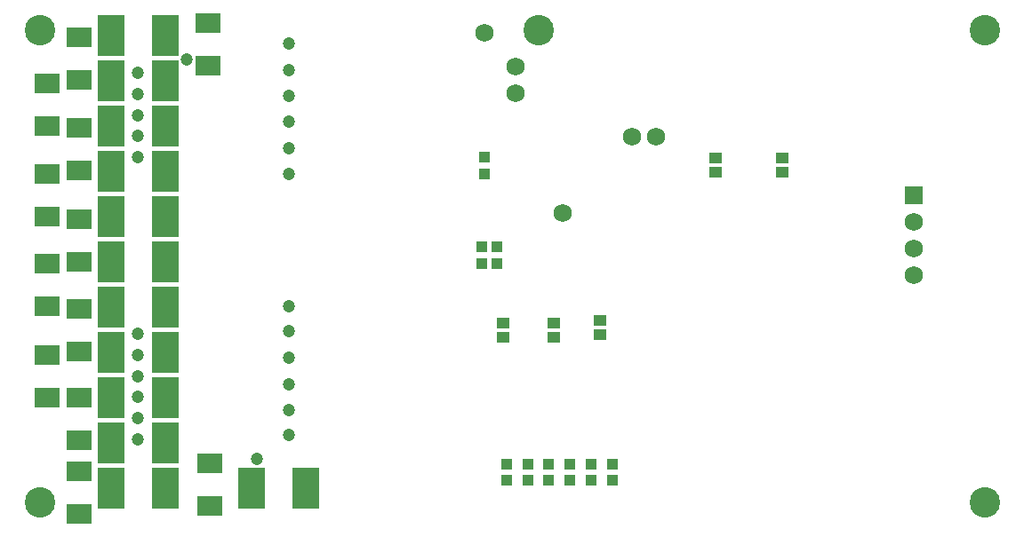
<source format=gbs>
G04 Layer_Color=16711935*
%FSTAX24Y24*%
%MOIN*%
G70*
G01*
G75*
%ADD63R,0.0415X0.0415*%
%ADD72R,0.0454X0.0414*%
%ADD86C,0.1143*%
%ADD87R,0.0680X0.0680*%
%ADD88C,0.0680*%
%ADD89C,0.0474*%
%ADD90R,0.1045X0.1537*%
%ADD91R,0.0930X0.0780*%
D63*
X026594Y037565D02*
D03*
Y036955D02*
D03*
X02715D02*
D03*
Y037565D02*
D03*
X031494Y029415D02*
D03*
Y028805D02*
D03*
X030694Y029415D02*
D03*
Y028805D02*
D03*
X029894Y029415D02*
D03*
Y028805D02*
D03*
X029094Y029415D02*
D03*
Y028805D02*
D03*
X027544Y029415D02*
D03*
Y028805D02*
D03*
X028344Y029415D02*
D03*
Y028805D02*
D03*
X026702Y040935D02*
D03*
Y040325D02*
D03*
D72*
X027394Y034726D02*
D03*
Y034194D02*
D03*
X029294Y034726D02*
D03*
Y034194D02*
D03*
X031044Y034826D02*
D03*
Y034294D02*
D03*
X037874Y040394D02*
D03*
Y040926D02*
D03*
X035374Y040394D02*
D03*
Y040926D02*
D03*
D86*
X010016Y027984D02*
D03*
Y045701D02*
D03*
X045449Y027984D02*
D03*
Y045701D02*
D03*
X028717D02*
D03*
D87*
X0428Y0395D02*
D03*
D88*
Y0385D02*
D03*
Y0375D02*
D03*
Y0365D02*
D03*
X026681Y0456D02*
D03*
X02785Y04335D02*
D03*
Y04435D02*
D03*
X029632Y03885D02*
D03*
X032232Y0417D02*
D03*
X033131D02*
D03*
D89*
X019368Y030507D02*
D03*
Y031457D02*
D03*
Y032407D02*
D03*
Y033407D02*
D03*
Y034407D02*
D03*
Y035357D02*
D03*
X013681Y03035D02*
D03*
Y03115D02*
D03*
Y03195D02*
D03*
Y0327D02*
D03*
Y0335D02*
D03*
Y04095D02*
D03*
Y04175D02*
D03*
Y0425D02*
D03*
Y0433D02*
D03*
X01937Y040308D02*
D03*
Y041295D02*
D03*
Y042283D02*
D03*
X01937Y043232D02*
D03*
Y044219D02*
D03*
Y045207D02*
D03*
X018168Y029607D02*
D03*
X013681Y0441D02*
D03*
X015532Y0446D02*
D03*
X013681Y0343D02*
D03*
D90*
X014714Y035307D02*
D03*
X012686D02*
D03*
X014714Y033607D02*
D03*
X012686D02*
D03*
X014714Y031907D02*
D03*
X012686D02*
D03*
X014714Y030207D02*
D03*
X012686D02*
D03*
X014714Y028507D02*
D03*
X012686D02*
D03*
X014714Y045507D02*
D03*
X012686D02*
D03*
X014714Y043807D02*
D03*
X012686D02*
D03*
X014714Y042107D02*
D03*
X012686D02*
D03*
X014714Y040407D02*
D03*
X012686D02*
D03*
X014714Y038707D02*
D03*
X012686D02*
D03*
X014714Y037007D02*
D03*
X012686D02*
D03*
X019982Y028507D02*
D03*
X017955D02*
D03*
D91*
X016381Y02945D02*
D03*
Y02785D02*
D03*
X010281Y0421D02*
D03*
Y0437D02*
D03*
X011481Y04385D02*
D03*
Y04545D02*
D03*
Y03365D02*
D03*
Y03525D02*
D03*
X010281Y03535D02*
D03*
Y03695D02*
D03*
X011481Y037D02*
D03*
Y0386D02*
D03*
X010281Y0387D02*
D03*
Y0403D02*
D03*
X011481Y04045D02*
D03*
Y04205D02*
D03*
X010281Y0319D02*
D03*
Y0335D02*
D03*
X011481Y0303D02*
D03*
Y0319D02*
D03*
Y02755D02*
D03*
Y02915D02*
D03*
X016331Y04598D02*
D03*
Y04438D02*
D03*
M02*

</source>
